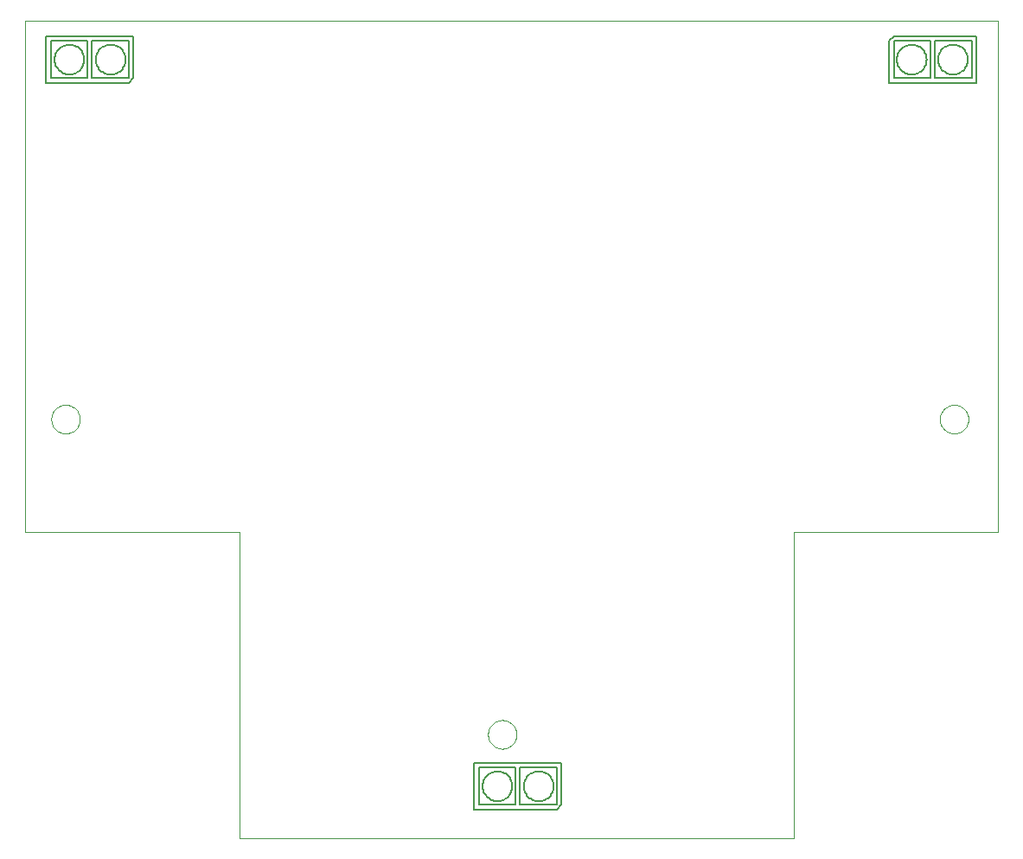
<source format=gbo>
G75*
G70*
%OFA0B0*%
%FSLAX24Y24*%
%IPPOS*%
%LPD*%
%AMOC8*
5,1,8,0,0,1.08239X$1,22.5*
%
%ADD10C,0.0030*%
%ADD11C,0.0000*%
%ADD12C,0.0050*%
D10*
X008448Y000300D02*
X029826Y000300D01*
X029826Y012111D01*
X037700Y012111D01*
X037700Y031796D01*
X000180Y031796D01*
X000180Y012111D01*
X008448Y012111D01*
X008448Y000300D01*
D11*
X018035Y004296D02*
X018037Y004343D01*
X018043Y004389D01*
X018053Y004435D01*
X018066Y004480D01*
X018084Y004523D01*
X018105Y004565D01*
X018129Y004605D01*
X018157Y004642D01*
X018188Y004677D01*
X018222Y004710D01*
X018258Y004739D01*
X018297Y004765D01*
X018338Y004788D01*
X018381Y004807D01*
X018425Y004823D01*
X018470Y004835D01*
X018516Y004843D01*
X018563Y004847D01*
X018609Y004847D01*
X018656Y004843D01*
X018702Y004835D01*
X018747Y004823D01*
X018791Y004807D01*
X018834Y004788D01*
X018875Y004765D01*
X018914Y004739D01*
X018950Y004710D01*
X018984Y004677D01*
X019015Y004642D01*
X019043Y004605D01*
X019067Y004565D01*
X019088Y004523D01*
X019106Y004480D01*
X019119Y004435D01*
X019129Y004389D01*
X019135Y004343D01*
X019137Y004296D01*
X019135Y004249D01*
X019129Y004203D01*
X019119Y004157D01*
X019106Y004112D01*
X019088Y004069D01*
X019067Y004027D01*
X019043Y003987D01*
X019015Y003950D01*
X018984Y003915D01*
X018950Y003882D01*
X018914Y003853D01*
X018875Y003827D01*
X018834Y003804D01*
X018791Y003785D01*
X018747Y003769D01*
X018702Y003757D01*
X018656Y003749D01*
X018609Y003745D01*
X018563Y003745D01*
X018516Y003749D01*
X018470Y003757D01*
X018425Y003769D01*
X018381Y003785D01*
X018338Y003804D01*
X018297Y003827D01*
X018258Y003853D01*
X018222Y003882D01*
X018188Y003915D01*
X018157Y003950D01*
X018129Y003987D01*
X018105Y004027D01*
X018084Y004069D01*
X018066Y004112D01*
X018053Y004157D01*
X018043Y004203D01*
X018037Y004249D01*
X018035Y004296D01*
X001204Y016442D02*
X001206Y016489D01*
X001212Y016535D01*
X001222Y016581D01*
X001235Y016626D01*
X001253Y016669D01*
X001274Y016711D01*
X001298Y016751D01*
X001326Y016788D01*
X001357Y016823D01*
X001391Y016856D01*
X001427Y016885D01*
X001466Y016911D01*
X001507Y016934D01*
X001550Y016953D01*
X001594Y016969D01*
X001639Y016981D01*
X001685Y016989D01*
X001732Y016993D01*
X001778Y016993D01*
X001825Y016989D01*
X001871Y016981D01*
X001916Y016969D01*
X001960Y016953D01*
X002003Y016934D01*
X002044Y016911D01*
X002083Y016885D01*
X002119Y016856D01*
X002153Y016823D01*
X002184Y016788D01*
X002212Y016751D01*
X002236Y016711D01*
X002257Y016669D01*
X002275Y016626D01*
X002288Y016581D01*
X002298Y016535D01*
X002304Y016489D01*
X002306Y016442D01*
X002304Y016395D01*
X002298Y016349D01*
X002288Y016303D01*
X002275Y016258D01*
X002257Y016215D01*
X002236Y016173D01*
X002212Y016133D01*
X002184Y016096D01*
X002153Y016061D01*
X002119Y016028D01*
X002083Y015999D01*
X002044Y015973D01*
X002003Y015950D01*
X001960Y015931D01*
X001916Y015915D01*
X001871Y015903D01*
X001825Y015895D01*
X001778Y015891D01*
X001732Y015891D01*
X001685Y015895D01*
X001639Y015903D01*
X001594Y015915D01*
X001550Y015931D01*
X001507Y015950D01*
X001466Y015973D01*
X001427Y015999D01*
X001391Y016028D01*
X001357Y016061D01*
X001326Y016096D01*
X001298Y016133D01*
X001274Y016173D01*
X001253Y016215D01*
X001235Y016258D01*
X001222Y016303D01*
X001212Y016349D01*
X001206Y016395D01*
X001204Y016442D01*
X035456Y016442D02*
X035458Y016489D01*
X035464Y016535D01*
X035474Y016581D01*
X035487Y016626D01*
X035505Y016669D01*
X035526Y016711D01*
X035550Y016751D01*
X035578Y016788D01*
X035609Y016823D01*
X035643Y016856D01*
X035679Y016885D01*
X035718Y016911D01*
X035759Y016934D01*
X035802Y016953D01*
X035846Y016969D01*
X035891Y016981D01*
X035937Y016989D01*
X035984Y016993D01*
X036030Y016993D01*
X036077Y016989D01*
X036123Y016981D01*
X036168Y016969D01*
X036212Y016953D01*
X036255Y016934D01*
X036296Y016911D01*
X036335Y016885D01*
X036371Y016856D01*
X036405Y016823D01*
X036436Y016788D01*
X036464Y016751D01*
X036488Y016711D01*
X036509Y016669D01*
X036527Y016626D01*
X036540Y016581D01*
X036550Y016535D01*
X036556Y016489D01*
X036558Y016442D01*
X036556Y016395D01*
X036550Y016349D01*
X036540Y016303D01*
X036527Y016258D01*
X036509Y016215D01*
X036488Y016173D01*
X036464Y016133D01*
X036436Y016096D01*
X036405Y016061D01*
X036371Y016028D01*
X036335Y015999D01*
X036296Y015973D01*
X036255Y015950D01*
X036212Y015931D01*
X036168Y015915D01*
X036123Y015903D01*
X036077Y015895D01*
X036030Y015891D01*
X035984Y015891D01*
X035937Y015895D01*
X035891Y015903D01*
X035846Y015915D01*
X035802Y015931D01*
X035759Y015950D01*
X035718Y015973D01*
X035679Y015999D01*
X035643Y016028D01*
X035609Y016061D01*
X035578Y016096D01*
X035550Y016133D01*
X035526Y016173D01*
X035505Y016215D01*
X035487Y016258D01*
X035474Y016303D01*
X035464Y016349D01*
X035458Y016395D01*
X035456Y016442D01*
D12*
X036868Y029394D02*
X033493Y029394D01*
X033493Y031019D01*
X033680Y031206D01*
X036868Y031206D01*
X036868Y029394D01*
X036680Y029581D02*
X035274Y029581D01*
X035274Y031019D01*
X036680Y031019D01*
X036680Y029581D01*
X035387Y030300D02*
X035389Y030347D01*
X035395Y030394D01*
X035405Y030441D01*
X035418Y030486D01*
X035435Y030531D01*
X035456Y030573D01*
X035480Y030614D01*
X035508Y030653D01*
X035539Y030689D01*
X035572Y030722D01*
X035608Y030753D01*
X035647Y030781D01*
X035688Y030805D01*
X035730Y030826D01*
X035775Y030843D01*
X035820Y030856D01*
X035867Y030866D01*
X035914Y030872D01*
X035961Y030874D01*
X036008Y030872D01*
X036055Y030866D01*
X036102Y030856D01*
X036147Y030843D01*
X036192Y030826D01*
X036234Y030805D01*
X036275Y030781D01*
X036314Y030753D01*
X036350Y030722D01*
X036383Y030689D01*
X036414Y030653D01*
X036442Y030614D01*
X036466Y030573D01*
X036487Y030531D01*
X036504Y030486D01*
X036517Y030441D01*
X036527Y030394D01*
X036533Y030347D01*
X036535Y030300D01*
X036533Y030253D01*
X036527Y030206D01*
X036517Y030159D01*
X036504Y030114D01*
X036487Y030069D01*
X036466Y030027D01*
X036442Y029986D01*
X036414Y029947D01*
X036383Y029911D01*
X036350Y029878D01*
X036314Y029847D01*
X036275Y029819D01*
X036234Y029795D01*
X036192Y029774D01*
X036147Y029757D01*
X036102Y029744D01*
X036055Y029734D01*
X036008Y029728D01*
X035961Y029726D01*
X035914Y029728D01*
X035867Y029734D01*
X035820Y029744D01*
X035775Y029757D01*
X035730Y029774D01*
X035688Y029795D01*
X035647Y029819D01*
X035608Y029847D01*
X035572Y029878D01*
X035539Y029911D01*
X035508Y029947D01*
X035480Y029986D01*
X035456Y030027D01*
X035435Y030069D01*
X035418Y030114D01*
X035405Y030159D01*
X035395Y030206D01*
X035389Y030253D01*
X035387Y030300D01*
X035086Y029581D02*
X033680Y029581D01*
X033680Y031019D01*
X035086Y031019D01*
X035086Y029581D01*
X033792Y030300D02*
X033794Y030348D01*
X033800Y030395D01*
X033810Y030441D01*
X033823Y030487D01*
X033841Y030531D01*
X033861Y030574D01*
X033886Y030615D01*
X033913Y030654D01*
X033944Y030690D01*
X033978Y030724D01*
X034014Y030755D01*
X034053Y030782D01*
X034094Y030807D01*
X034137Y030827D01*
X034181Y030845D01*
X034227Y030858D01*
X034273Y030868D01*
X034320Y030874D01*
X034368Y030876D01*
X034416Y030874D01*
X034463Y030868D01*
X034509Y030858D01*
X034555Y030845D01*
X034599Y030827D01*
X034642Y030807D01*
X034683Y030782D01*
X034722Y030755D01*
X034758Y030724D01*
X034792Y030690D01*
X034823Y030654D01*
X034850Y030615D01*
X034875Y030574D01*
X034895Y030531D01*
X034913Y030487D01*
X034926Y030441D01*
X034936Y030395D01*
X034942Y030348D01*
X034944Y030300D01*
X034942Y030252D01*
X034936Y030205D01*
X034926Y030159D01*
X034913Y030113D01*
X034895Y030069D01*
X034875Y030026D01*
X034850Y029985D01*
X034823Y029946D01*
X034792Y029910D01*
X034758Y029876D01*
X034722Y029845D01*
X034683Y029818D01*
X034642Y029793D01*
X034599Y029773D01*
X034555Y029755D01*
X034509Y029742D01*
X034463Y029732D01*
X034416Y029726D01*
X034368Y029724D01*
X034320Y029726D01*
X034273Y029732D01*
X034227Y029742D01*
X034181Y029755D01*
X034137Y029773D01*
X034094Y029793D01*
X034053Y029818D01*
X034014Y029845D01*
X033978Y029876D01*
X033944Y029910D01*
X033913Y029946D01*
X033886Y029985D01*
X033861Y030026D01*
X033841Y030069D01*
X033823Y030113D01*
X033810Y030159D01*
X033800Y030205D01*
X033794Y030252D01*
X033792Y030300D01*
X004368Y029581D02*
X004180Y029394D01*
X000993Y029394D01*
X000993Y031206D01*
X004368Y031206D01*
X004368Y029581D01*
X004180Y029581D02*
X002774Y029581D01*
X002774Y031019D01*
X004180Y031019D01*
X004180Y029581D01*
X002917Y030300D02*
X002919Y030348D01*
X002925Y030395D01*
X002935Y030441D01*
X002948Y030487D01*
X002966Y030531D01*
X002986Y030574D01*
X003011Y030615D01*
X003038Y030654D01*
X003069Y030690D01*
X003103Y030724D01*
X003139Y030755D01*
X003178Y030782D01*
X003219Y030807D01*
X003262Y030827D01*
X003306Y030845D01*
X003352Y030858D01*
X003398Y030868D01*
X003445Y030874D01*
X003493Y030876D01*
X003541Y030874D01*
X003588Y030868D01*
X003634Y030858D01*
X003680Y030845D01*
X003724Y030827D01*
X003767Y030807D01*
X003808Y030782D01*
X003847Y030755D01*
X003883Y030724D01*
X003917Y030690D01*
X003948Y030654D01*
X003975Y030615D01*
X004000Y030574D01*
X004020Y030531D01*
X004038Y030487D01*
X004051Y030441D01*
X004061Y030395D01*
X004067Y030348D01*
X004069Y030300D01*
X004067Y030252D01*
X004061Y030205D01*
X004051Y030159D01*
X004038Y030113D01*
X004020Y030069D01*
X004000Y030026D01*
X003975Y029985D01*
X003948Y029946D01*
X003917Y029910D01*
X003883Y029876D01*
X003847Y029845D01*
X003808Y029818D01*
X003767Y029793D01*
X003724Y029773D01*
X003680Y029755D01*
X003634Y029742D01*
X003588Y029732D01*
X003541Y029726D01*
X003493Y029724D01*
X003445Y029726D01*
X003398Y029732D01*
X003352Y029742D01*
X003306Y029755D01*
X003262Y029773D01*
X003219Y029793D01*
X003178Y029818D01*
X003139Y029845D01*
X003103Y029876D01*
X003069Y029910D01*
X003038Y029946D01*
X003011Y029985D01*
X002986Y030026D01*
X002966Y030069D01*
X002948Y030113D01*
X002935Y030159D01*
X002925Y030205D01*
X002919Y030252D01*
X002917Y030300D01*
X002586Y029581D02*
X001180Y029581D01*
X001180Y031019D01*
X002586Y031019D01*
X002586Y029581D01*
X001325Y030300D02*
X001327Y030347D01*
X001333Y030394D01*
X001343Y030441D01*
X001356Y030486D01*
X001373Y030531D01*
X001394Y030573D01*
X001418Y030614D01*
X001446Y030653D01*
X001477Y030689D01*
X001510Y030722D01*
X001546Y030753D01*
X001585Y030781D01*
X001626Y030805D01*
X001668Y030826D01*
X001713Y030843D01*
X001758Y030856D01*
X001805Y030866D01*
X001852Y030872D01*
X001899Y030874D01*
X001946Y030872D01*
X001993Y030866D01*
X002040Y030856D01*
X002085Y030843D01*
X002130Y030826D01*
X002172Y030805D01*
X002213Y030781D01*
X002252Y030753D01*
X002288Y030722D01*
X002321Y030689D01*
X002352Y030653D01*
X002380Y030614D01*
X002404Y030573D01*
X002425Y030531D01*
X002442Y030486D01*
X002455Y030441D01*
X002465Y030394D01*
X002471Y030347D01*
X002473Y030300D01*
X002471Y030253D01*
X002465Y030206D01*
X002455Y030159D01*
X002442Y030114D01*
X002425Y030069D01*
X002404Y030027D01*
X002380Y029986D01*
X002352Y029947D01*
X002321Y029911D01*
X002288Y029878D01*
X002252Y029847D01*
X002213Y029819D01*
X002172Y029795D01*
X002130Y029774D01*
X002085Y029757D01*
X002040Y029744D01*
X001993Y029734D01*
X001946Y029728D01*
X001899Y029726D01*
X001852Y029728D01*
X001805Y029734D01*
X001758Y029744D01*
X001713Y029757D01*
X001668Y029774D01*
X001626Y029795D01*
X001585Y029819D01*
X001546Y029847D01*
X001510Y029878D01*
X001477Y029911D01*
X001446Y029947D01*
X001418Y029986D01*
X001394Y030027D01*
X001373Y030069D01*
X001356Y030114D01*
X001343Y030159D01*
X001333Y030206D01*
X001327Y030253D01*
X001325Y030300D01*
X017493Y003206D02*
X017493Y001394D01*
X020680Y001394D01*
X020868Y001581D01*
X020868Y003206D01*
X017493Y003206D01*
X017680Y003019D02*
X019086Y003019D01*
X019086Y001581D01*
X017680Y001581D01*
X017680Y003019D01*
X017825Y002300D02*
X017827Y002347D01*
X017833Y002394D01*
X017843Y002441D01*
X017856Y002486D01*
X017873Y002531D01*
X017894Y002573D01*
X017918Y002614D01*
X017946Y002653D01*
X017977Y002689D01*
X018010Y002722D01*
X018046Y002753D01*
X018085Y002781D01*
X018126Y002805D01*
X018168Y002826D01*
X018213Y002843D01*
X018258Y002856D01*
X018305Y002866D01*
X018352Y002872D01*
X018399Y002874D01*
X018446Y002872D01*
X018493Y002866D01*
X018540Y002856D01*
X018585Y002843D01*
X018630Y002826D01*
X018672Y002805D01*
X018713Y002781D01*
X018752Y002753D01*
X018788Y002722D01*
X018821Y002689D01*
X018852Y002653D01*
X018880Y002614D01*
X018904Y002573D01*
X018925Y002531D01*
X018942Y002486D01*
X018955Y002441D01*
X018965Y002394D01*
X018971Y002347D01*
X018973Y002300D01*
X018971Y002253D01*
X018965Y002206D01*
X018955Y002159D01*
X018942Y002114D01*
X018925Y002069D01*
X018904Y002027D01*
X018880Y001986D01*
X018852Y001947D01*
X018821Y001911D01*
X018788Y001878D01*
X018752Y001847D01*
X018713Y001819D01*
X018672Y001795D01*
X018630Y001774D01*
X018585Y001757D01*
X018540Y001744D01*
X018493Y001734D01*
X018446Y001728D01*
X018399Y001726D01*
X018352Y001728D01*
X018305Y001734D01*
X018258Y001744D01*
X018213Y001757D01*
X018168Y001774D01*
X018126Y001795D01*
X018085Y001819D01*
X018046Y001847D01*
X018010Y001878D01*
X017977Y001911D01*
X017946Y001947D01*
X017918Y001986D01*
X017894Y002027D01*
X017873Y002069D01*
X017856Y002114D01*
X017843Y002159D01*
X017833Y002206D01*
X017827Y002253D01*
X017825Y002300D01*
X019274Y001581D02*
X020680Y001581D01*
X020680Y003019D01*
X019274Y003019D01*
X019274Y001581D01*
X019417Y002300D02*
X019419Y002348D01*
X019425Y002395D01*
X019435Y002441D01*
X019448Y002487D01*
X019466Y002531D01*
X019486Y002574D01*
X019511Y002615D01*
X019538Y002654D01*
X019569Y002690D01*
X019603Y002724D01*
X019639Y002755D01*
X019678Y002782D01*
X019719Y002807D01*
X019762Y002827D01*
X019806Y002845D01*
X019852Y002858D01*
X019898Y002868D01*
X019945Y002874D01*
X019993Y002876D01*
X020041Y002874D01*
X020088Y002868D01*
X020134Y002858D01*
X020180Y002845D01*
X020224Y002827D01*
X020267Y002807D01*
X020308Y002782D01*
X020347Y002755D01*
X020383Y002724D01*
X020417Y002690D01*
X020448Y002654D01*
X020475Y002615D01*
X020500Y002574D01*
X020520Y002531D01*
X020538Y002487D01*
X020551Y002441D01*
X020561Y002395D01*
X020567Y002348D01*
X020569Y002300D01*
X020567Y002252D01*
X020561Y002205D01*
X020551Y002159D01*
X020538Y002113D01*
X020520Y002069D01*
X020500Y002026D01*
X020475Y001985D01*
X020448Y001946D01*
X020417Y001910D01*
X020383Y001876D01*
X020347Y001845D01*
X020308Y001818D01*
X020267Y001793D01*
X020224Y001773D01*
X020180Y001755D01*
X020134Y001742D01*
X020088Y001732D01*
X020041Y001726D01*
X019993Y001724D01*
X019945Y001726D01*
X019898Y001732D01*
X019852Y001742D01*
X019806Y001755D01*
X019762Y001773D01*
X019719Y001793D01*
X019678Y001818D01*
X019639Y001845D01*
X019603Y001876D01*
X019569Y001910D01*
X019538Y001946D01*
X019511Y001985D01*
X019486Y002026D01*
X019466Y002069D01*
X019448Y002113D01*
X019435Y002159D01*
X019425Y002205D01*
X019419Y002252D01*
X019417Y002300D01*
M02*

</source>
